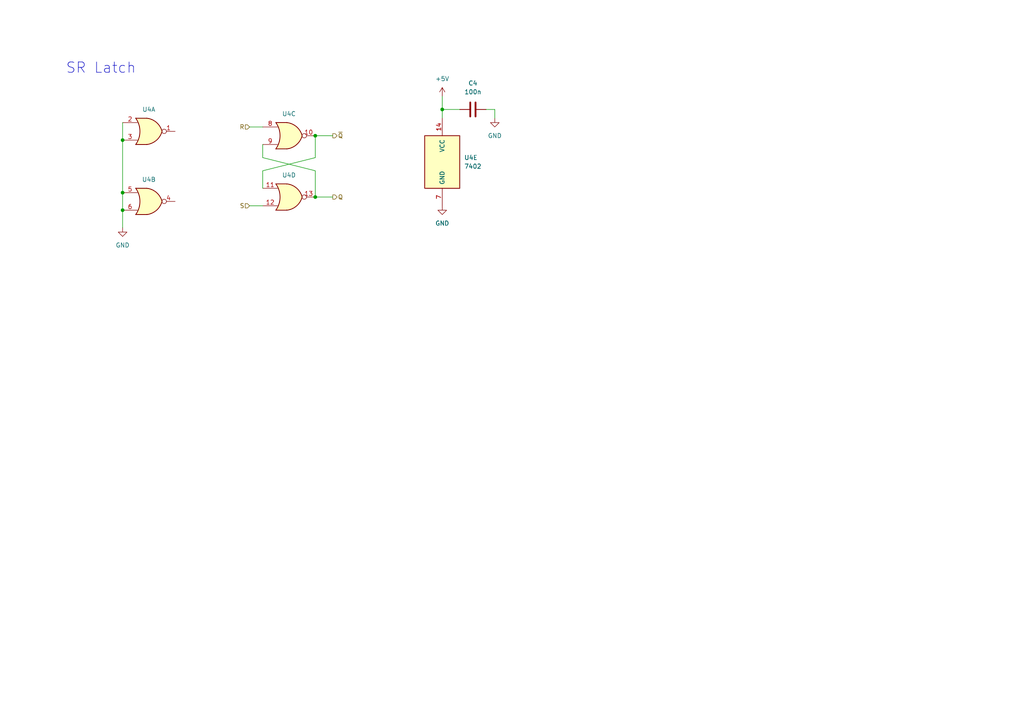
<source format=kicad_sch>
(kicad_sch (version 20211123) (generator eeschema)
  (paper "A4")
  (title_block (title "QPS Driver Circuit") (date "2022-08-26") (comment 1 "Samuel Fraga") (comment 2 "SWLS - Quench Protection"))
  (lib_symbols
    (symbol "74xx:7402" (pin_names (offset 1.016))
      (property "Reference" "U" (at 0 1.27 0))
      (property "Value" "7402" (at 0 -1.27 0))
      (symbol "7402_1_1"
        (arc (start -3.81 -3.81) (mid -2.589 0) (end -3.81 3.81) (stroke (width 0.254)))
        (arc (start -0.6096 -3.81) (mid 2.1855 -2.584) (end 3.81 0) (stroke (width 0.254)) (fill (type background)))
        (polyline (pts (xy -3.81 -3.81) (xy -0.635 -3.81)) (stroke (width 0.254)) (fill (type background)))
        (polyline (pts (xy -3.81 3.81) (xy -0.635 3.81)) (stroke (width 0.254)) (fill (type background)))
        (polyline (pts (xy -0.635 3.81) (xy -3.81 3.81) (xy -3.81 3.81) (xy -3.556 3.4036) (xy -3.0226 2.2606) (xy -2.6924 1.0414) (xy -2.6162 -0.254) (xy -2.7686 -1.4986) (xy -3.175 -2.7178) (xy -3.81 -3.81) (xy -3.81 -3.81) (xy -0.635 -3.81)) (stroke (width -25.4)) (fill (type background)))
        (arc (start 3.81 0) (mid 2.1928 2.5925) (end -0.6096 3.81) (stroke (width 0.254)) (fill (type background)))
        (pin output inverted (at 7.62 0 180) (length 3.81) (name "~") (number "1"))
        (pin input line (at -7.62 2.54 0) (length 4.318) (name "~") (number "2"))
        (pin input line (at -7.62 -2.54 0) (length 4.318) (name "~") (number "3"))
      )
      (symbol "7402_1_2"
        (arc (start 0 -3.81) (mid 3.81 0) (end 0 3.81) (stroke (width 0.254)) (fill (type background)))
        (polyline (pts (xy 0 3.81) (xy -3.81 3.81) (xy -3.81 -3.81) (xy 0 -3.81)) (stroke (width 0.254)) (fill (type background)))
        (pin output line (at 7.62 0 180) (length 3.81) (name "~") (number "1"))
        (pin input inverted (at -7.62 2.54 0) (length 3.81) (name "~") (number "2"))
        (pin input inverted (at -7.62 -2.54 0) (length 3.81) (name "~") (number "3"))
      )
      (symbol "7402_2_1"
        (arc (start -3.81 -3.81) (mid -2.589 0) (end -3.81 3.81) (stroke (width 0.254)))
        (arc (start -0.6096 -3.81) (mid 2.1855 -2.584) (end 3.81 0) (stroke (width 0.254)) (fill (type background)))
        (polyline (pts (xy -3.81 -3.81) (xy -0.635 -3.81)) (stroke (width 0.254)) (fill (type background)))
        (polyline (pts (xy -3.81 3.81) (xy -0.635 3.81)) (stroke (width 0.254)) (fill (type background)))
        (polyline (pts (xy -0.635 3.81) (xy -3.81 3.81) (xy -3.81 3.81) (xy -3.556 3.4036) (xy -3.0226 2.2606) (xy -2.6924 1.0414) (xy -2.6162 -0.254) (xy -2.7686 -1.4986) (xy -3.175 -2.7178) (xy -3.81 -3.81) (xy -3.81 -3.81) (xy -0.635 -3.81)) (stroke (width -25.4)) (fill (type background)))
        (arc (start 3.81 0) (mid 2.1928 2.5925) (end -0.6096 3.81) (stroke (width 0.254)) (fill (type background)))
        (pin output inverted (at 7.62 0 180) (length 3.81) (name "~") (number "4"))
        (pin input line (at -7.62 2.54 0) (length 4.318) (name "~") (number "5"))
        (pin input line (at -7.62 -2.54 0) (length 4.318) (name "~") (number "6"))
      )
      (symbol "7402_2_2"
        (arc (start 0 -3.81) (mid 3.81 0) (end 0 3.81) (stroke (width 0.254)) (fill (type background)))
        (polyline (pts (xy 0 3.81) (xy -3.81 3.81) (xy -3.81 -3.81) (xy 0 -3.81)) (stroke (width 0.254)) (fill (type background)))
        (pin output line (at 7.62 0 180) (length 3.81) (name "~") (number "4"))
        (pin input inverted (at -7.62 2.54 0) (length 3.81) (name "~") (number "5"))
        (pin input inverted (at -7.62 -2.54 0) (length 3.81) (name "~") (number "6"))
      )
      (symbol "7402_3_1"
        (arc (start -3.81 -3.81) (mid -2.589 0) (end -3.81 3.81) (stroke (width 0.254)))
        (arc (start -0.6096 -3.81) (mid 2.1855 -2.584) (end 3.81 0) (stroke (width 0.254)) (fill (type background)))
        (polyline (pts (xy -3.81 -3.81) (xy -0.635 -3.81)) (stroke (width 0.254)) (fill (type background)))
        (polyline (pts (xy -3.81 3.81) (xy -0.635 3.81)) (stroke (width 0.254)) (fill (type background)))
        (polyline (pts (xy -0.635 3.81) (xy -3.81 3.81) (xy -3.81 3.81) (xy -3.556 3.4036) (xy -3.0226 2.2606) (xy -2.6924 1.0414) (xy -2.6162 -0.254) (xy -2.7686 -1.4986) (xy -3.175 -2.7178) (xy -3.81 -3.81) (xy -3.81 -3.81) (xy -0.635 -3.81)) (stroke (width -25.4)) (fill (type background)))
        (arc (start 3.81 0) (mid 2.1928 2.5925) (end -0.6096 3.81) (stroke (width 0.254)) (fill (type background)))
        (pin output inverted (at 7.62 0 180) (length 3.81) (name "~") (number "10"))
        (pin input line (at -7.62 2.54 0) (length 4.318) (name "~") (number "8"))
        (pin input line (at -7.62 -2.54 0) (length 4.318) (name "~") (number "9"))
      )
      (symbol "7402_3_2"
        (arc (start 0 -3.81) (mid 3.81 0) (end 0 3.81) (stroke (width 0.254)) (fill (type background)))
        (polyline (pts (xy 0 3.81) (xy -3.81 3.81) (xy -3.81 -3.81) (xy 0 -3.81)) (stroke (width 0.254)) (fill (type background)))
        (pin output line (at 7.62 0 180) (length 3.81) (name "~") (number "10"))
        (pin input inverted (at -7.62 2.54 0) (length 3.81) (name "~") (number "8"))
        (pin input inverted (at -7.62 -2.54 0) (length 3.81) (name "~") (number "9"))
      )
      (symbol "7402_4_1"
        (arc (start -3.81 -3.81) (mid -2.589 0) (end -3.81 3.81) (stroke (width 0.254)))
        (arc (start -0.6096 -3.81) (mid 2.1855 -2.584) (end 3.81 0) (stroke (width 0.254)) (fill (type background)))
        (polyline (pts (xy -3.81 -3.81) (xy -0.635 -3.81)) (stroke (width 0.254)) (fill (type background)))
        (polyline (pts (xy -3.81 3.81) (xy -0.635 3.81)) (stroke (width 0.254)) (fill (type background)))
        (polyline (pts (xy -0.635 3.81) (xy -3.81 3.81) (xy -3.81 3.81) (xy -3.556 3.4036) (xy -3.0226 2.2606) (xy -2.6924 1.0414) (xy -2.6162 -0.254) (xy -2.7686 -1.4986) (xy -3.175 -2.7178) (xy -3.81 -3.81) (xy -3.81 -3.81) (xy -0.635 -3.81)) (stroke (width -25.4)) (fill (type background)))
        (arc (start 3.81 0) (mid 2.1928 2.5925) (end -0.6096 3.81) (stroke (width 0.254)) (fill (type background)))
        (pin input line (at -7.62 2.54 0) (length 4.318) (name "~") (number "11"))
        (pin input line (at -7.62 -2.54 0) (length 4.318) (name "~") (number "12"))
        (pin output inverted (at 7.62 0 180) (length 3.81) (name "~") (number "13"))
      )
      (symbol "7402_4_2"
        (arc (start 0 -3.81) (mid 3.81 0) (end 0 3.81) (stroke (width 0.254)) (fill (type background)))
        (polyline (pts (xy 0 3.81) (xy -3.81 3.81) (xy -3.81 -3.81) (xy 0 -3.81)) (stroke (width 0.254)) (fill (type background)))
        (pin input inverted (at -7.62 2.54 0) (length 3.81) (name "~") (number "11"))
        (pin input inverted (at -7.62 -2.54 0) (length 3.81) (name "~") (number "12"))
        (pin output line (at 7.62 0 180) (length 3.81) (name "~") (number "13"))
      )
      (symbol "7402_5_0"
        (pin power_in line (at 0 12.7 270) (length 5.08) (name "VCC") (number "14"))
        (pin power_in line (at 0 -12.7 90) (length 5.08) (name "GND") (number "7"))
      )
      (symbol "7402_5_1"
        (rectangle (start -5.08 7.62) (end 5.08 -7.62) (stroke (width 0.254)) (fill (type background)))
      )
    )
    (symbol "Device:C" (pin_numbers hide) (pin_names (offset 0.254))
      (property "Reference" "C" (at 0.635 2.54 0))
      (property "Value" "C" (at 0.635 -2.54 0))
      (symbol "C_0_1"
        (polyline (pts (xy -2.032 -0.762) (xy 2.032 -0.762)) (stroke (width 0.508)))
        (polyline (pts (xy -2.032 0.762) (xy 2.032 0.762)) (stroke (width 0.508)))
      )
      (symbol "C_1_1"
        (pin passive line (at 0 3.81 270) (length 2.794) (name "~") (number "1"))
        (pin passive line (at 0 -3.81 90) (length 2.794) (name "~") (number "2"))
      )
    )
    (symbol "power:+5V" (power) (pin_names (offset 0))
      (property "Value" "+5V" (at 0 3.556 0))
      (symbol "+5V_0_1"
        (polyline (pts (xy -0.762 1.27) (xy 0 2.54)))
        (polyline (pts (xy 0 0) (xy 0 2.54)))
        (polyline (pts (xy 0 2.54) (xy 0.762 1.27)))
      )
      (symbol "+5V_1_1"
        (pin power_in line (at 0 0 90) (length 0) hide (name "+5V") (number "1"))
      )
    )
    (symbol "power:GND" (power) (pin_names (offset 0))
      (property "Value" "GND" (at 0 -3.81 0))
      (symbol "GND_0_1"
        (polyline (pts (xy 0 0) (xy 0 -1.27) (xy 1.27 -1.27) (xy 0 -2.54) (xy -1.27 -1.27) (xy 0 -1.27)))
      )
      (symbol "GND_1_1"
        (pin power_in line (at 0 0 270) (length 0) hide (name "GND") (number "1"))
      )
    )
  )
  (junction (at 35.56 55.88))
  (junction (at 35.56 60.96))
  (junction (at 91.44 57.15))
  (junction (at 128.27 31.75))
  (junction (at 91.44 39.37))
  (junction (at 35.56 40.64))
  (wire (pts (xy 91.44 57.15) (xy 96.52 57.15)))
  (wire (pts (xy 76.2 54.61) (xy 76.2 49.53)))
  (wire (pts (xy 128.27 31.75) (xy 128.27 34.29)))
  (wire (pts (xy 91.44 39.37) (xy 96.52 39.37)))
  (wire (pts (xy 35.56 55.88) (xy 35.56 60.96)))
  (wire (pts (xy 72.39 36.83) (xy 76.2 36.83)))
  (wire (pts (xy 143.51 34.29) (xy 143.51 31.75)))
  (wire (pts (xy 72.39 59.69) (xy 76.2 59.69)))
  (wire (pts (xy 91.44 45.72) (xy 91.44 39.37)))
  (wire (pts (xy 76.2 45.72) (xy 91.44 49.53)))
  (wire (pts (xy 76.2 41.91) (xy 76.2 45.72)))
  (wire (pts (xy 76.2 49.53) (xy 91.44 45.72)))
  (wire (pts (xy 35.56 35.56) (xy 35.56 40.64)))
  (wire (pts (xy 35.56 60.96) (xy 35.56 66.04)))
  (wire (pts (xy 128.27 27.94) (xy 128.27 31.75)))
  (wire (pts (xy 133.35 31.75) (xy 128.27 31.75)))
  (wire (pts (xy 143.51 31.75) (xy 140.97 31.75)))
  (wire (pts (xy 35.56 40.64) (xy 35.56 55.88)))
  (wire (pts (xy 91.44 49.53) (xy 91.44 57.15)))
  (text "SR Latch\n" (at 19.05 21.59 0) (effects (font (size 3 3)) (justify left bottom)))
  (hierarchical_label "~{Q}" (shape output) (at 96.52 39.37 0))
  (hierarchical_label "R" (shape input) (at 72.39 36.83 180))
  (hierarchical_label "S" (shape input) (at 72.39 59.69 180))
  (hierarchical_label "Q" (shape output) (at 96.52 57.15 0))
  (symbol (lib_id "74xx:7402") (at 43.18 38.1 0) (unit 1)
    (property "Reference" "U4" (at 43.18 31.75 0))
    (property "Value" "7402" (effects hide))
    (property "Footprint" "Package_DIP:DIP-14_W7.62mm_Socket" (effects hide))
    (property "Datasheet" "http://www.ti.com/lit/gpn/sn7402" (effects hide))
  )
  (symbol (lib_id "power:GND") (at 128.27 59.69 0) (unit 1)
    (property "Reference" "#PWR0103" (effects hide))
    (property "Value" "GND" (at 128.27 64.77 0))
  )
  (symbol (lib_id "power:GND") (at 143.51 34.29 0) (unit 1)
    (property "Reference" "#PWR0104" (effects hide))
    (property "Value" "GND" (at 143.51 39.37 0))
  )
  (symbol (lib_id "74xx:7402") (at 83.82 39.37 0) (unit 3)
    (property "Reference" "U4" (at 83.82 33.02 0))
    (property "Value" "7402" (effects hide))
    (property "Footprint" "Package_DIP:DIP-14_W7.62mm_Socket" (effects hide))
    (property "Datasheet" "http://www.ti.com/lit/gpn/sn7402" (effects hide))
  )
  (symbol (lib_id "74xx:7402") (at 83.82 57.15 0) (unit 4)
    (property "Reference" "U4" (at 83.82 50.8 0))
    (property "Value" "7402" (effects hide))
    (property "Footprint" "Package_DIP:DIP-14_W7.62mm_Socket" (effects hide))
    (property "Datasheet" "http://www.ti.com/lit/gpn/sn7402" (effects hide))
  )
  (symbol (lib_id "Device:C") (at 137.16 31.75 90) (unit 1)
    (property "Reference" "C4" (at 137.16 24.13 90))
    (property "Value" "100n" (at 137.16 26.67 90))
    (property "Footprint" "Capacitor_THT:C_Disc_D7.5mm_W5.0mm_P7.50mm" (effects hide))
  )
  (symbol (lib_id "power:GND") (at 35.56 66.04 0) (unit 1)
    (property "Reference" "#PWR0102" (effects hide))
    (property "Value" "GND" (at 35.56 71.12 0))
  )
  (symbol (lib_id "74xx:7402") (at 43.18 58.42 0) (unit 2)
    (property "Reference" "U4" (at 43.18 52.07 0))
    (property "Value" "7402" (effects hide))
    (property "Footprint" "Package_DIP:DIP-14_W7.62mm_Socket" (effects hide))
    (property "Datasheet" "http://www.ti.com/lit/gpn/sn7402" (effects hide))
  )
  (symbol (lib_id "74xx:7402") (at 128.27 46.99 0) (unit 5)
    (property "Reference" "U4" (at 134.62 45.7199 0) (effects (justify left)))
    (property "Value" "7402" (at 134.62 48.2599 0) (effects (justify left)))
    (property "Footprint" "Package_DIP:DIP-14_W7.62mm_Socket" (effects hide))
    (property "Datasheet" "http://www.ti.com/lit/gpn/sn7402" (effects hide))
  )
  (symbol (lib_id "power:+5V") (at 128.27 27.94 0) (unit 1)
    (property "Reference" "#PWR0105" (effects hide))
    (property "Value" "+5V" (at 128.27 22.86 0))
  )
)
</source>
